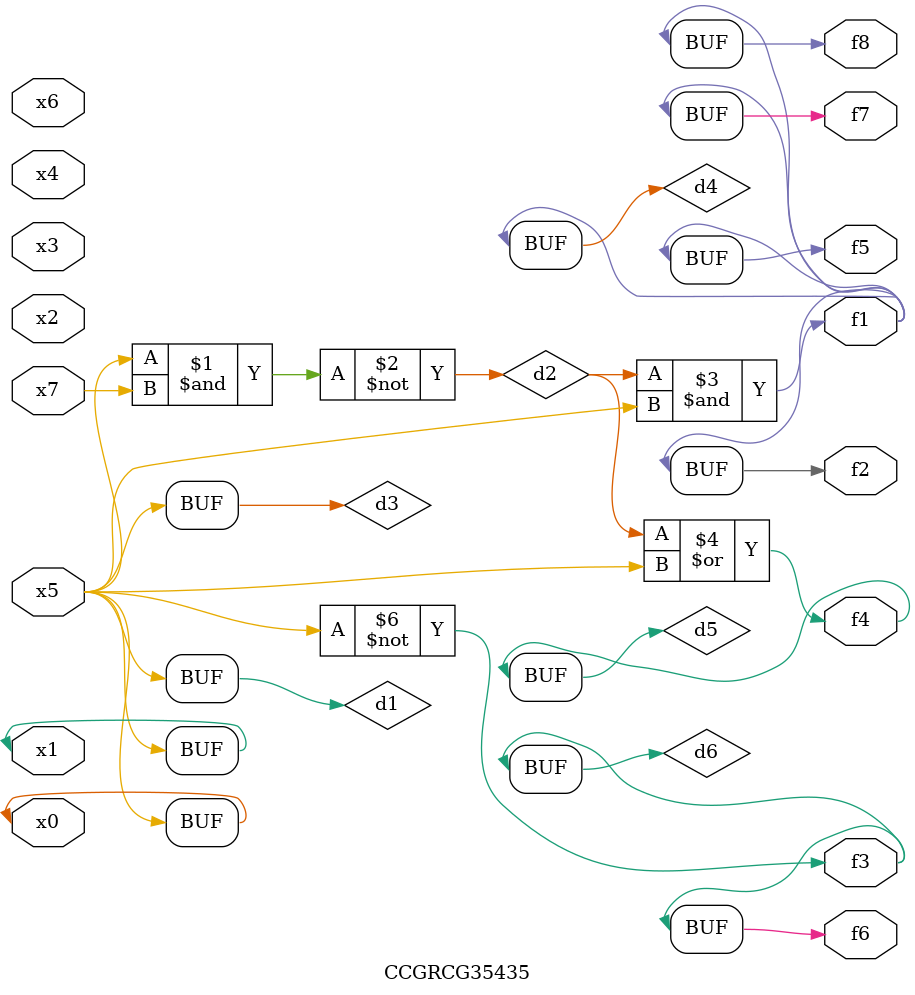
<source format=v>
module CCGRCG35435(
	input x0, x1, x2, x3, x4, x5, x6, x7,
	output f1, f2, f3, f4, f5, f6, f7, f8
);

	wire d1, d2, d3, d4, d5, d6;

	buf (d1, x0, x5);
	nand (d2, x5, x7);
	buf (d3, x0, x1);
	and (d4, d2, d3);
	or (d5, d2, d3);
	nor (d6, d1, d3);
	assign f1 = d4;
	assign f2 = d4;
	assign f3 = d6;
	assign f4 = d5;
	assign f5 = d4;
	assign f6 = d6;
	assign f7 = d4;
	assign f8 = d4;
endmodule

</source>
